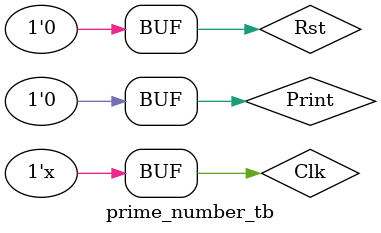
<source format=v>
`timescale 1ns/1ns

module PrimeNumbers_Top_Module(clk, btnU, seg, an);
    parameter TEXT_WIDTH = 16;
    parameter SEGDIS = 7;               // 7 display segments
    parameter NUM_AN = 4;               // Each 7-segment display has 1 anode for control, total 4
    
    input clk, btnU;
    output [0:SEGDIS-1] seg;
    output [NUM_AN-1:0] an;
    wire [TEXT_WIDTH-1:0] out;
    wire done;
    
    // instantiate prime numbers module
    // Once '.Print(done)' signal is received from the timer module; at intervals of 200ms, 
    // we display the prime number on the 7-seg display, '.Prime(out) -> '.text(out)'
    Prime_Numbers #(3, 1000, 16, 10) PRIME (.Clk(clk), .Rst(btnU), .Print(done), .Prime(out));
    // instantiate Display_16_Text_N_second module to display text at 1 sec intervals
    Display_16_Text_N_second #(1) DSTNS_1 (.clk(clk), .rst(btnU), .text(out), .seg(seg), .an(an), .done(done));
endmodule

//module Prime_Numbers(Clk, Rst, Print, WrEn, DataIn, DataOut, Done, AddrSelector, MemAddr, Prime);
module Prime_Numbers(Clk, Rst, Print, Prime);
    parameter START_AT = 3;                         // start checking for prime numbers from?
                                                    // '1' is not prime, '2' is written to the stack by default
    parameter Nth_PRIME = 1000;                     // find out the first 'N' prime numbers
    parameter DATA_WIDTH = 16;                      // Input & output data width
    parameter ADDRESS_WIDTH = 10;                   // Number of inputs
    parameter RAM_DEPTH = 1 << ADDRESS_WIDTH;       // Depth of memory
    
    parameter [2:0] check_if_prime = 'd0;
    parameter [2:0] push_to_stack = 'd1;
    parameter [2:0] go_to_next_number = 'd2;
    parameter [2:0] print_prime_numbers = 'd3;
    parameter [2:0] go_to_default = 'd7;
    
    input Clk, Rst, Print;
    output reg [DATA_WIDTH-1:0] Prime;

    wire [DATA_WIDTH-1:0] DataIn;
    reg [DATA_WIDTH-1:0] DataOut;   
    wire [ADDRESS_WIDTH-1:0] MemAddr;                   // Memory address of the RAM
    reg WrEn, AddrSelector, Done;
    reg [DATA_WIDTH-1:0] number;  
    reg [DATA_WIDTH-1:0] number_of_primes;
    reg [ADDRESS_WIDTH-1:0] TopPtr;                     // Contains address of the top of stack
    reg [ADDRESS_WIDTH-1:0] Count;                      // pointer goes from addr[0] to TopPtr to check if number is prime
    reg [2:0] state;
    
    // instantiate RAM module to implement a stack
    // data out of the prime number module is input to RAM & output data from RAM is input to prime number module
    RAM #(DATA_WIDTH, ADDRESS_WIDTH) Stack(.Clk(Clk), .WrEn(WrEn), .Addr(MemAddr), .DataIn(DataOut), .DataOut(DataIn));

    assign MemAddr = AddrSelector ? TopPtr : Count; 
    
    always @ (posedge Clk or posedge Rst)
    begin
        if(Rst)
        begin
            AddrSelector <= 1'b1;                           // MemAddr = TopPtr
            WrEn <= 1'b1;                                   // Enable writing to RAM
            Done <= 1'b0;
            TopPtr <= 0;
            DataOut <= 'd2;                                 // RAM[0]=2, on reset always..
            Count <= 1;                                     // we do not read from RAM to divide by 2
            number_of_primes <= 1;                          // '2' is the first prime number
            number <= START_AT;                             // starting number to check if prime
            state <= push_to_stack;                         // '3' is the second prime number, RAM[1]=3
        end
        else
        begin    
            case(state)
            // check if the number is prime
            check_if_prime:  
            begin
                AddrSelector <= 1'b0;                       // MemAddr = Count
                WrEn <= 1'b0;                               // disable writing to RAM
                // we only need to check if number is divisible by prime numbers less than half the number
                // eg. to check if 105 is a prime number, last prime number to divide by is 47 because 53 > (105/2 = 52)
                if((DataIn > (number >> 1)) || (Count > TopPtr))   
                begin
                    state <= push_to_stack;                 // found a prime number!
                end
                if((number % DataIn) == 0)
                begin
                    state <= go_to_next_number;             // not a prime, check the next odd number
                end
                else
                begin
                    Count <= Count + 1;                     // fetch next prime number from the RAM to divide by                    
                end                    
            end
            // the number is prime, push to the stack
            push_to_stack:  
            begin
                AddrSelector <= 1'b1;                       // MemAddr = TopPtr
                WrEn <= 1'b1;                               // Enable writing to RAM                
                TopPtr <= TopPtr + 1;
                DataOut <= number;                          // RAM[TopPtr] = number
                number_of_primes <= number_of_primes + 1;   // found another prime number
                state <= go_to_next_number;
            end
            // change/reset variables to check the next number
            go_to_next_number:
            begin
                WrEn <= 1'b0;                               // disable writing to RAM
                if(number_of_primes >= Nth_PRIME) 
                begin
                    Done <= 1'b1;                           // Done! first 'N' prime numbers found!
                    AddrSelector <= 1'b1;                   // MemAddr = TopPtr
                    TopPtr <= 0;
                    state <= print_prime_numbers;           // go to print state and output prime numbers
                end
                else
                begin
                    state <= check_if_prime;                // go to state 'check_if_prime' to check the next number
                    Done <= 1'b0;                           
                    Count <= 1;                             // we do not read from RAM[0] to divide by 2
                    number <= number + 2;                   // we only check odd numbers...
                    AddrSelector <= 1'b0;                   // MemAddr = Count
                end
            end
            print_prime_numbers:
            begin
                if(Print)
                begin
                    AddrSelector <= 1'b1;                   // MemAddr = TopPtr 
                    WrEn <= 1'b0;                           // disable writing to RAM
                    TopPtr <= TopPtr + 1;                   // print numbers from RAM[0] to RAM[TopPtr]
                    Prime <= DataIn;                        // Send 16-bit text to display
                    if(TopPtr > Count) TopPtr <= 0;         // print from RAM[0] again...
                end
            end
            default:
            begin
                AddrSelector <= 1'b0;                       // MemAddr = Count
                WrEn <= 1'b0;                               // disable writing to RAM
                Count <= 1;                                 // we do not read from RAM to divide by 2
                Done <= 1'b0;
                TopPtr <= 0;
            end
            endcase
        end
    end
endmodule


module RAM(Clk, WrEn, Addr, DataIn, DataOut);
    parameter DATA_WIDTH = 16;                      // Input & output data width
    parameter ADDRESS_WIDTH = 10;                   // Number of inputs
    parameter RAM_DEPTH = 1 << ADDRESS_WIDTH;       // Depth of memory
    
    input Clk, WrEn;
    input[ADDRESS_WIDTH-1:0] Addr;
    input[DATA_WIDTH-1:0] DataIn;
    output[DATA_WIDTH-1:0] DataOut;
    
    reg [DATA_WIDTH-1:0] Ram [RAM_DEPTH-1:0];       // define a memory
    
    assign DataOut = Ram[Addr];                     // Asynchronous read
    
    always @(posedge Clk)
    begin
        if (WrEn) Ram[Addr] <= DataIn;              // Synchronous write, if WrEn = 1
    end
endmodule


// Test bench to test the prime_number module as per the clk_freq/timing actual FPGA board..
module prime_number_tb;
    parameter START_AT = 3;                         // start checking for prime numbers from?
                                                    // '1' is not prime, '2' is written to the stack by default
    parameter Nth_PRIME = 1000;                     // find out the first 'N' prime numbers
    parameter DATA_WIDTH = 16;                      // Input & output data width
    parameter ADDRESS_WIDTH = 10;                   // Number of inputs
    parameter RAM_DEPTH = 1 << ADDRESS_WIDTH;       // Depth of memory

    reg Clk, Rst, Print;
    wire [DATA_WIDTH-1:0] Prime;  
    
    Prime_Numbers #(3, 1000, 16, 10) PRIME (Clk, Rst, Print, Prime);
    
    initial
    begin
       Clk    = 1'b0;
       Rst    = 1'b1;               // Assert Reset to initialize variables
       Print  = 1'b0; 
       #10 Rst  = 1'b0;             // Reset = 0

       #200000000 Print = 1'b1;     // Timer/Display is at 200ms intervals
       #10 Print = 1'b0;     // Timer/Display is at 200ms intervals
       #200000000 Print = 1'b1;     // Timer/Display is at 200ms intervals
       #10 Print = 1'b0;     // Timer/Display is at 200ms intervals
       #200000000 Print = 1'b1;     // Timer/Display is at 200ms intervals
       #10 Print = 1'b0;     // Timer/Display is at 200ms intervals
       #200000000 Print = 1'b1;     // Timer/Display is at 200ms intervals
       #10 Print = 1'b0;     // Timer/Display is at 200ms intervals
       #200000000 Print = 1'b1;     // Timer/Display is at 200ms intervals
       #10 Print = 1'b0;     // Timer/Display is at 200ms intervals
       #200000000 Print = 1'b1;     // Timer/Display is at 200ms intervals
       #10 Print = 1'b0;     // Timer/Display is at 200ms intervals
       #200000000 Print = 1'b1;     // Timer/Display is at 200ms intervals
       #10 Print = 1'b0;     // Timer/Display is at 200ms intervals
       #200000000 Print = 1'b1;     // Timer/Display is at 200ms intervals
       #10 Print = 1'b0;     // Timer/Display is at 200ms intervals
       #200000000 Print = 1'b1;     // Timer/Display is at 200ms intervals
       #10 Print = 1'b0;     // Timer/Display is at 200ms intervals
       #200000000 Print = 1'b1;     // Timer/Display is at 200ms intervals
       #10 Print = 1'b0;     // Timer/Display is at 200ms intervals
    end
    
    always
    begin
       #5 Clk = ~Clk;           // 100MHz clock; 1ns simulation time..
    end
endmodule




</source>
